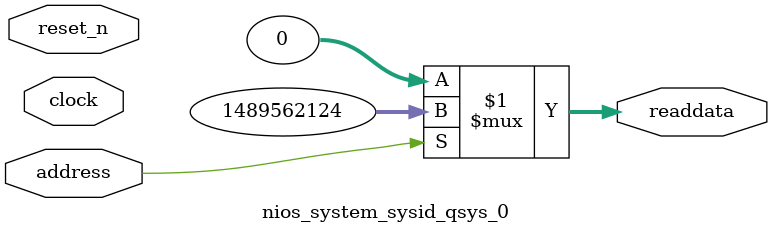
<source format=v>

`timescale 1ns / 1ps
// synthesis translate_on

// turn off superfluous verilog processor warnings 
// altera message_level Level1 
// altera message_off 10034 10035 10036 10037 10230 10240 10030 

module nios_system_sysid_qsys_0 (
               // inputs:
                address,
                clock,
                reset_n,

               // outputs:
                readdata
             )
;

  output  [ 31: 0] readdata;
  input            address;
  input            clock;
  input            reset_n;

  wire    [ 31: 0] readdata;
  //control_slave, which is an e_avalon_slave
  assign readdata = address ? 1489562124 : 0;

endmodule




</source>
